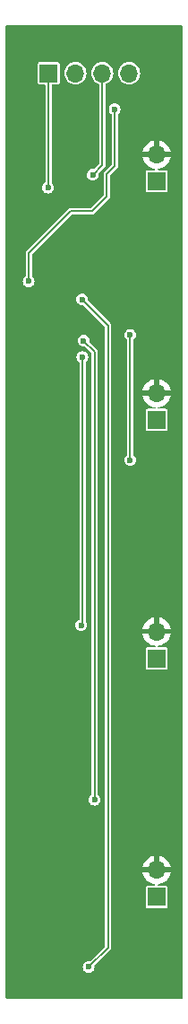
<source format=gbr>
G04 #@! TF.GenerationSoftware,KiCad,Pcbnew,8.0.1*
G04 #@! TF.CreationDate,2025-02-25T21:33:37-07:00*
G04 #@! TF.ProjectId,VibrationBand,56696272-6174-4696-9f6e-42616e642e6b,rev?*
G04 #@! TF.SameCoordinates,Original*
G04 #@! TF.FileFunction,Copper,L2,Bot*
G04 #@! TF.FilePolarity,Positive*
%FSLAX46Y46*%
G04 Gerber Fmt 4.6, Leading zero omitted, Abs format (unit mm)*
G04 Created by KiCad (PCBNEW 8.0.1) date 2025-02-25 21:33:37*
%MOMM*%
%LPD*%
G01*
G04 APERTURE LIST*
G04 #@! TA.AperFunction,ComponentPad*
%ADD10R,1.700000X1.700000*%
G04 #@! TD*
G04 #@! TA.AperFunction,ComponentPad*
%ADD11O,1.700000X1.700000*%
G04 #@! TD*
G04 #@! TA.AperFunction,ViaPad*
%ADD12C,0.600000*%
G04 #@! TD*
G04 #@! TA.AperFunction,Conductor*
%ADD13C,0.200000*%
G04 #@! TD*
G04 APERTURE END LIST*
D10*
X119000000Y-127500000D03*
D11*
X119000000Y-124960000D03*
D10*
X108780000Y-49800000D03*
D11*
X111320000Y-49800000D03*
X113860000Y-49800000D03*
X116400000Y-49800000D03*
D10*
X119000000Y-105000000D03*
D11*
X119000000Y-102460000D03*
D10*
X119000000Y-60000000D03*
D11*
X119000000Y-57460000D03*
D10*
X119000000Y-82500000D03*
D11*
X119000000Y-79960000D03*
D12*
X108720000Y-60590000D03*
X112950000Y-59390000D03*
X116490000Y-74490000D03*
X116500000Y-86310000D03*
X111980000Y-76580000D03*
X111870000Y-101880000D03*
X112090000Y-75030000D03*
X113130000Y-118330000D03*
X111960000Y-71150000D03*
X112570000Y-134110000D03*
X116500000Y-66160000D03*
X118110000Y-92730000D03*
X115415000Y-60380000D03*
X117870000Y-110330000D03*
X109870000Y-53130000D03*
X106900000Y-69430000D03*
X115030000Y-53200000D03*
D13*
X108780000Y-60530000D02*
X108780000Y-49800000D01*
X108720000Y-60590000D02*
X108780000Y-60530000D01*
X112950000Y-59390000D02*
X113860000Y-58480000D01*
X113860000Y-58480000D02*
X113860000Y-49800000D01*
X116500000Y-86310000D02*
X116500000Y-74500000D01*
X116500000Y-74500000D02*
X116490000Y-74490000D01*
X111980000Y-76580000D02*
X111980000Y-101770000D01*
X111980000Y-101770000D02*
X111870000Y-101880000D01*
X113130000Y-76070000D02*
X113130000Y-118330000D01*
X112090000Y-75030000D02*
X113130000Y-76070000D01*
X114400000Y-73590000D02*
X114400000Y-132280000D01*
X114400000Y-132280000D02*
X112570000Y-134110000D01*
X111960000Y-71150000D02*
X114400000Y-73590000D01*
X115030000Y-58590000D02*
X115030000Y-53200000D01*
X110870000Y-62810000D02*
X112910000Y-62810000D01*
X106900000Y-66780000D02*
X110870000Y-62810000D01*
X112910000Y-62810000D02*
X114280000Y-61440000D01*
X114280000Y-59340000D02*
X115030000Y-58590000D01*
X106900000Y-69430000D02*
X106900000Y-66780000D01*
X114280000Y-61440000D02*
X114280000Y-59340000D01*
G04 #@! TA.AperFunction,Conductor*
G36*
X121422638Y-45318093D02*
G01*
X121448358Y-45362642D01*
X121449500Y-45375700D01*
X121449500Y-137024300D01*
X121431907Y-137072638D01*
X121387358Y-137098358D01*
X121374300Y-137099500D01*
X104785700Y-137099500D01*
X104737362Y-137081907D01*
X104711642Y-137037358D01*
X104710500Y-137024300D01*
X104710500Y-101880000D01*
X111314750Y-101880000D01*
X111333670Y-102023709D01*
X111333671Y-102023711D01*
X111389139Y-102157626D01*
X111477378Y-102272621D01*
X111592373Y-102360860D01*
X111592374Y-102360860D01*
X111592375Y-102360861D01*
X111726291Y-102416330D01*
X111870000Y-102435250D01*
X112013709Y-102416330D01*
X112147625Y-102360861D01*
X112262621Y-102272621D01*
X112350861Y-102157625D01*
X112406330Y-102023709D01*
X112425250Y-101880000D01*
X112406330Y-101736291D01*
X112350861Y-101602375D01*
X112350860Y-101602374D01*
X112350860Y-101602373D01*
X112296040Y-101530930D01*
X112280500Y-101485151D01*
X112280500Y-77080392D01*
X112298093Y-77032054D01*
X112309922Y-77020732D01*
X112333266Y-77002818D01*
X112372621Y-76972621D01*
X112460861Y-76857625D01*
X112516330Y-76723709D01*
X112535250Y-76580000D01*
X112516330Y-76436291D01*
X112460861Y-76302375D01*
X112460860Y-76302374D01*
X112460860Y-76302373D01*
X112372621Y-76187378D01*
X112257626Y-76099139D01*
X112123711Y-76043671D01*
X112123709Y-76043670D01*
X111980000Y-76024750D01*
X111836291Y-76043670D01*
X111836288Y-76043670D01*
X111836288Y-76043671D01*
X111702373Y-76099139D01*
X111587378Y-76187378D01*
X111499139Y-76302373D01*
X111443671Y-76436288D01*
X111443670Y-76436291D01*
X111424750Y-76580000D01*
X111443670Y-76723709D01*
X111443671Y-76723711D01*
X111499139Y-76857626D01*
X111587380Y-76972622D01*
X111650078Y-77020732D01*
X111677717Y-77064115D01*
X111679500Y-77080392D01*
X111679500Y-101312803D01*
X111661907Y-101361141D01*
X111633078Y-101382279D01*
X111592372Y-101399139D01*
X111477378Y-101487378D01*
X111389139Y-101602373D01*
X111333671Y-101736288D01*
X111333670Y-101736291D01*
X111314750Y-101880000D01*
X104710500Y-101880000D01*
X104710500Y-75030000D01*
X111534750Y-75030000D01*
X111553670Y-75173709D01*
X111553671Y-75173711D01*
X111609139Y-75307626D01*
X111697378Y-75422621D01*
X111812373Y-75510860D01*
X111812374Y-75510860D01*
X111812375Y-75510861D01*
X111946291Y-75566330D01*
X112090000Y-75585250D01*
X112168357Y-75574933D01*
X112218575Y-75586066D01*
X112231345Y-75596316D01*
X112807474Y-76172445D01*
X112829214Y-76219065D01*
X112829500Y-76225619D01*
X112829500Y-117829607D01*
X112811907Y-117877945D01*
X112800084Y-117889262D01*
X112737379Y-117937379D01*
X112737377Y-117937381D01*
X112737375Y-117937383D01*
X112649139Y-118052373D01*
X112593671Y-118186288D01*
X112593670Y-118186291D01*
X112574750Y-118330000D01*
X112593670Y-118473709D01*
X112593671Y-118473711D01*
X112649139Y-118607626D01*
X112737378Y-118722621D01*
X112852373Y-118810860D01*
X112852374Y-118810860D01*
X112852375Y-118810861D01*
X112986291Y-118866330D01*
X113130000Y-118885250D01*
X113273709Y-118866330D01*
X113407625Y-118810861D01*
X113522621Y-118722621D01*
X113610861Y-118607625D01*
X113666330Y-118473709D01*
X113685250Y-118330000D01*
X113666330Y-118186291D01*
X113610861Y-118052375D01*
X113610860Y-118052374D01*
X113610860Y-118052373D01*
X113522624Y-117937383D01*
X113522621Y-117937379D01*
X113459918Y-117889265D01*
X113432282Y-117845882D01*
X113430500Y-117829607D01*
X113430500Y-76030439D01*
X113410020Y-75954009D01*
X113401660Y-75939529D01*
X113370460Y-75885489D01*
X113314511Y-75829540D01*
X112656316Y-75171345D01*
X112634576Y-75124725D01*
X112634932Y-75108361D01*
X112645250Y-75030000D01*
X112626330Y-74886291D01*
X112570861Y-74752375D01*
X112570860Y-74752374D01*
X112570860Y-74752373D01*
X112482621Y-74637378D01*
X112367626Y-74549139D01*
X112233711Y-74493671D01*
X112233709Y-74493670D01*
X112090000Y-74474750D01*
X111946291Y-74493670D01*
X111946288Y-74493670D01*
X111946288Y-74493671D01*
X111812373Y-74549139D01*
X111697378Y-74637378D01*
X111609139Y-74752373D01*
X111555190Y-74882621D01*
X111553670Y-74886291D01*
X111534750Y-75030000D01*
X104710500Y-75030000D01*
X104710500Y-71150000D01*
X111404750Y-71150000D01*
X111423670Y-71293709D01*
X111423671Y-71293711D01*
X111479139Y-71427626D01*
X111567378Y-71542621D01*
X111682373Y-71630860D01*
X111682374Y-71630860D01*
X111682375Y-71630861D01*
X111816291Y-71686330D01*
X111960000Y-71705250D01*
X112038357Y-71694933D01*
X112088575Y-71706066D01*
X112101345Y-71716316D01*
X114077474Y-73692445D01*
X114099214Y-73739065D01*
X114099500Y-73745619D01*
X114099500Y-132124380D01*
X114081907Y-132172718D01*
X114077474Y-132177554D01*
X112711345Y-133543682D01*
X112664725Y-133565422D01*
X112648356Y-133565065D01*
X112570000Y-133554750D01*
X112426291Y-133573670D01*
X112426288Y-133573670D01*
X112426288Y-133573671D01*
X112292373Y-133629139D01*
X112177378Y-133717378D01*
X112089139Y-133832373D01*
X112033671Y-133966288D01*
X112033670Y-133966291D01*
X112014750Y-134110000D01*
X112033670Y-134253709D01*
X112033671Y-134253711D01*
X112089139Y-134387626D01*
X112177378Y-134502621D01*
X112292373Y-134590860D01*
X112292374Y-134590860D01*
X112292375Y-134590861D01*
X112426291Y-134646330D01*
X112570000Y-134665250D01*
X112713709Y-134646330D01*
X112847625Y-134590861D01*
X112962621Y-134502621D01*
X113050861Y-134387625D01*
X113106330Y-134253709D01*
X113125250Y-134110000D01*
X113114933Y-134031641D01*
X113126067Y-133981423D01*
X113136311Y-133968658D01*
X114640460Y-132464511D01*
X114680021Y-132395989D01*
X114700500Y-132319562D01*
X114700500Y-125210000D01*
X117669364Y-125210000D01*
X117726568Y-125423490D01*
X117726570Y-125423494D01*
X117826398Y-125637576D01*
X117961885Y-125831072D01*
X117961896Y-125831085D01*
X118128914Y-125998103D01*
X118128927Y-125998114D01*
X118322423Y-126133601D01*
X118322423Y-126133602D01*
X118536505Y-126233429D01*
X118536509Y-126233430D01*
X118764683Y-126294569D01*
X118819736Y-126299386D01*
X118866356Y-126321126D01*
X118888096Y-126367746D01*
X118874782Y-126417433D01*
X118832645Y-126446938D01*
X118813182Y-126449500D01*
X118130251Y-126449500D01*
X118071770Y-126461132D01*
X118071768Y-126461133D01*
X118005448Y-126505448D01*
X117961133Y-126571768D01*
X117961132Y-126571770D01*
X117949500Y-126630251D01*
X117949500Y-128369748D01*
X117961132Y-128428229D01*
X117961133Y-128428231D01*
X118005448Y-128494552D01*
X118071769Y-128538867D01*
X118101010Y-128544683D01*
X118130251Y-128550500D01*
X118130252Y-128550500D01*
X119869749Y-128550500D01*
X119889242Y-128546622D01*
X119928231Y-128538867D01*
X119994552Y-128494552D01*
X120038867Y-128428231D01*
X120050500Y-128369748D01*
X120050500Y-126630252D01*
X120038867Y-126571769D01*
X119994552Y-126505448D01*
X119928231Y-126461133D01*
X119928229Y-126461132D01*
X119869749Y-126449500D01*
X119869748Y-126449500D01*
X119186818Y-126449500D01*
X119138480Y-126431907D01*
X119112760Y-126387358D01*
X119121693Y-126336700D01*
X119161098Y-126303635D01*
X119180264Y-126299386D01*
X119235316Y-126294569D01*
X119463490Y-126233430D01*
X119463494Y-126233429D01*
X119677576Y-126133602D01*
X119677576Y-126133601D01*
X119871072Y-125998114D01*
X119871085Y-125998103D01*
X120038103Y-125831085D01*
X120038114Y-125831072D01*
X120173601Y-125637576D01*
X120173602Y-125637576D01*
X120273429Y-125423494D01*
X120273431Y-125423490D01*
X120330636Y-125210000D01*
X119433012Y-125210000D01*
X119465925Y-125152993D01*
X119500000Y-125025826D01*
X119500000Y-124894174D01*
X119465925Y-124767007D01*
X119433012Y-124710000D01*
X120330636Y-124710000D01*
X120273431Y-124496509D01*
X120273429Y-124496505D01*
X120173603Y-124282427D01*
X120038107Y-124088918D01*
X119871085Y-123921896D01*
X119871072Y-123921885D01*
X119677576Y-123786398D01*
X119677576Y-123786397D01*
X119463494Y-123686570D01*
X119463490Y-123686568D01*
X119250000Y-123629364D01*
X119250000Y-124526988D01*
X119192993Y-124494075D01*
X119065826Y-124460000D01*
X118934174Y-124460000D01*
X118807007Y-124494075D01*
X118750000Y-124526988D01*
X118750000Y-123629364D01*
X118536509Y-123686568D01*
X118536505Y-123686570D01*
X118322427Y-123786396D01*
X118128918Y-123921892D01*
X117961892Y-124088918D01*
X117826396Y-124282427D01*
X117726570Y-124496505D01*
X117726568Y-124496509D01*
X117669364Y-124710000D01*
X118566988Y-124710000D01*
X118534075Y-124767007D01*
X118500000Y-124894174D01*
X118500000Y-125025826D01*
X118534075Y-125152993D01*
X118566988Y-125210000D01*
X117669364Y-125210000D01*
X114700500Y-125210000D01*
X114700500Y-102710000D01*
X117669364Y-102710000D01*
X117726568Y-102923490D01*
X117726570Y-102923494D01*
X117826398Y-103137576D01*
X117961885Y-103331072D01*
X117961896Y-103331085D01*
X118128914Y-103498103D01*
X118128927Y-103498114D01*
X118322423Y-103633601D01*
X118322423Y-103633602D01*
X118536505Y-103733429D01*
X118536509Y-103733430D01*
X118764683Y-103794569D01*
X118819736Y-103799386D01*
X118866356Y-103821126D01*
X118888096Y-103867746D01*
X118874782Y-103917433D01*
X118832645Y-103946938D01*
X118813182Y-103949500D01*
X118130251Y-103949500D01*
X118071770Y-103961132D01*
X118071768Y-103961133D01*
X118005448Y-104005448D01*
X117961133Y-104071768D01*
X117961132Y-104071770D01*
X117949500Y-104130251D01*
X117949500Y-105869748D01*
X117961132Y-105928229D01*
X117961133Y-105928231D01*
X118005448Y-105994552D01*
X118071769Y-106038867D01*
X118101010Y-106044683D01*
X118130251Y-106050500D01*
X118130252Y-106050500D01*
X119869749Y-106050500D01*
X119889242Y-106046622D01*
X119928231Y-106038867D01*
X119994552Y-105994552D01*
X120038867Y-105928231D01*
X120050500Y-105869748D01*
X120050500Y-104130252D01*
X120038867Y-104071769D01*
X119994552Y-104005448D01*
X119928231Y-103961133D01*
X119928229Y-103961132D01*
X119869749Y-103949500D01*
X119869748Y-103949500D01*
X119186818Y-103949500D01*
X119138480Y-103931907D01*
X119112760Y-103887358D01*
X119121693Y-103836700D01*
X119161098Y-103803635D01*
X119180264Y-103799386D01*
X119235316Y-103794569D01*
X119463490Y-103733430D01*
X119463494Y-103733429D01*
X119677576Y-103633602D01*
X119677576Y-103633601D01*
X119871072Y-103498114D01*
X119871085Y-103498103D01*
X120038103Y-103331085D01*
X120038114Y-103331072D01*
X120173601Y-103137576D01*
X120173602Y-103137576D01*
X120273429Y-102923494D01*
X120273431Y-102923490D01*
X120330636Y-102710000D01*
X119433012Y-102710000D01*
X119465925Y-102652993D01*
X119500000Y-102525826D01*
X119500000Y-102394174D01*
X119465925Y-102267007D01*
X119433012Y-102210000D01*
X120330636Y-102210000D01*
X120273431Y-101996509D01*
X120273429Y-101996505D01*
X120173603Y-101782427D01*
X120038107Y-101588918D01*
X119871085Y-101421896D01*
X119871072Y-101421885D01*
X119677576Y-101286398D01*
X119677576Y-101286397D01*
X119463494Y-101186570D01*
X119463490Y-101186568D01*
X119250000Y-101129364D01*
X119250000Y-102026988D01*
X119192993Y-101994075D01*
X119065826Y-101960000D01*
X118934174Y-101960000D01*
X118807007Y-101994075D01*
X118750000Y-102026988D01*
X118750000Y-101129364D01*
X118536509Y-101186568D01*
X118536505Y-101186570D01*
X118322427Y-101286396D01*
X118128918Y-101421892D01*
X117961892Y-101588918D01*
X117826396Y-101782427D01*
X117726570Y-101996505D01*
X117726568Y-101996509D01*
X117669364Y-102210000D01*
X118566988Y-102210000D01*
X118534075Y-102267007D01*
X118500000Y-102394174D01*
X118500000Y-102525826D01*
X118534075Y-102652993D01*
X118566988Y-102710000D01*
X117669364Y-102710000D01*
X114700500Y-102710000D01*
X114700500Y-74490000D01*
X115934750Y-74490000D01*
X115953670Y-74633709D01*
X115953671Y-74633711D01*
X116009139Y-74767626D01*
X116097378Y-74882620D01*
X116097379Y-74882621D01*
X116170078Y-74938405D01*
X116197717Y-74981788D01*
X116199500Y-74998065D01*
X116199500Y-85809607D01*
X116181907Y-85857945D01*
X116170084Y-85869262D01*
X116107379Y-85917379D01*
X116107377Y-85917381D01*
X116107375Y-85917383D01*
X116019139Y-86032373D01*
X115963671Y-86166288D01*
X115963670Y-86166291D01*
X115944750Y-86310000D01*
X115963670Y-86453709D01*
X115963671Y-86453711D01*
X116019139Y-86587626D01*
X116107378Y-86702621D01*
X116222373Y-86790860D01*
X116222374Y-86790860D01*
X116222375Y-86790861D01*
X116356291Y-86846330D01*
X116500000Y-86865250D01*
X116643709Y-86846330D01*
X116777625Y-86790861D01*
X116892621Y-86702621D01*
X116980861Y-86587625D01*
X117036330Y-86453709D01*
X117055250Y-86310000D01*
X117036330Y-86166291D01*
X116980861Y-86032375D01*
X116980860Y-86032374D01*
X116980860Y-86032373D01*
X116892624Y-85917383D01*
X116892621Y-85917379D01*
X116829918Y-85869265D01*
X116802282Y-85825882D01*
X116800500Y-85809607D01*
X116800500Y-80210000D01*
X117669364Y-80210000D01*
X117726568Y-80423490D01*
X117726570Y-80423494D01*
X117826398Y-80637576D01*
X117961885Y-80831072D01*
X117961896Y-80831085D01*
X118128914Y-80998103D01*
X118128927Y-80998114D01*
X118322423Y-81133601D01*
X118322423Y-81133602D01*
X118536505Y-81233429D01*
X118536509Y-81233430D01*
X118764683Y-81294569D01*
X118819736Y-81299386D01*
X118866356Y-81321126D01*
X118888096Y-81367746D01*
X118874782Y-81417433D01*
X118832645Y-81446938D01*
X118813182Y-81449500D01*
X118130251Y-81449500D01*
X118071770Y-81461132D01*
X118071768Y-81461133D01*
X118005448Y-81505448D01*
X117961133Y-81571768D01*
X117961132Y-81571770D01*
X117949500Y-81630251D01*
X117949500Y-83369748D01*
X117961132Y-83428229D01*
X117961133Y-83428231D01*
X118005448Y-83494552D01*
X118071769Y-83538867D01*
X118101010Y-83544683D01*
X118130251Y-83550500D01*
X118130252Y-83550500D01*
X119869749Y-83550500D01*
X119889242Y-83546622D01*
X119928231Y-83538867D01*
X119994552Y-83494552D01*
X120038867Y-83428231D01*
X120050500Y-83369748D01*
X120050500Y-81630252D01*
X120038867Y-81571769D01*
X119994552Y-81505448D01*
X119928231Y-81461133D01*
X119928229Y-81461132D01*
X119869749Y-81449500D01*
X119869748Y-81449500D01*
X119186818Y-81449500D01*
X119138480Y-81431907D01*
X119112760Y-81387358D01*
X119121693Y-81336700D01*
X119161098Y-81303635D01*
X119180264Y-81299386D01*
X119235316Y-81294569D01*
X119463490Y-81233430D01*
X119463494Y-81233429D01*
X119677576Y-81133602D01*
X119677576Y-81133601D01*
X119871072Y-80998114D01*
X119871085Y-80998103D01*
X120038103Y-80831085D01*
X120038114Y-80831072D01*
X120173601Y-80637576D01*
X120173602Y-80637576D01*
X120273429Y-80423494D01*
X120273431Y-80423490D01*
X120330636Y-80210000D01*
X119433012Y-80210000D01*
X119465925Y-80152993D01*
X119500000Y-80025826D01*
X119500000Y-79894174D01*
X119465925Y-79767007D01*
X119433012Y-79710000D01*
X120330636Y-79710000D01*
X120273431Y-79496509D01*
X120273429Y-79496505D01*
X120173603Y-79282427D01*
X120038107Y-79088918D01*
X119871085Y-78921896D01*
X119871072Y-78921885D01*
X119677576Y-78786398D01*
X119677576Y-78786397D01*
X119463494Y-78686570D01*
X119463490Y-78686568D01*
X119250000Y-78629364D01*
X119250000Y-79526988D01*
X119192993Y-79494075D01*
X119065826Y-79460000D01*
X118934174Y-79460000D01*
X118807007Y-79494075D01*
X118750000Y-79526988D01*
X118750000Y-78629364D01*
X118536509Y-78686568D01*
X118536505Y-78686570D01*
X118322427Y-78786396D01*
X118128918Y-78921892D01*
X117961892Y-79088918D01*
X117826396Y-79282427D01*
X117726570Y-79496505D01*
X117726568Y-79496509D01*
X117669364Y-79710000D01*
X118566988Y-79710000D01*
X118534075Y-79767007D01*
X118500000Y-79894174D01*
X118500000Y-80025826D01*
X118534075Y-80152993D01*
X118566988Y-80210000D01*
X117669364Y-80210000D01*
X116800500Y-80210000D01*
X116800500Y-74982718D01*
X116818093Y-74934380D01*
X116829917Y-74923061D01*
X116882621Y-74882621D01*
X116970861Y-74767625D01*
X117026330Y-74633709D01*
X117045250Y-74490000D01*
X117026330Y-74346291D01*
X116970861Y-74212375D01*
X116970860Y-74212374D01*
X116970860Y-74212373D01*
X116882621Y-74097378D01*
X116767626Y-74009139D01*
X116633711Y-73953671D01*
X116633709Y-73953670D01*
X116490000Y-73934750D01*
X116346291Y-73953670D01*
X116346288Y-73953670D01*
X116346288Y-73953671D01*
X116212373Y-74009139D01*
X116097378Y-74097378D01*
X116009139Y-74212373D01*
X115953671Y-74346288D01*
X115953670Y-74346291D01*
X115934750Y-74490000D01*
X114700500Y-74490000D01*
X114700500Y-73550438D01*
X114680021Y-73474011D01*
X114640460Y-73405489D01*
X114584511Y-73349540D01*
X112526316Y-71291345D01*
X112504576Y-71244725D01*
X112504932Y-71228361D01*
X112515250Y-71150000D01*
X112496330Y-71006291D01*
X112440861Y-70872375D01*
X112440860Y-70872374D01*
X112440860Y-70872373D01*
X112352621Y-70757378D01*
X112237626Y-70669139D01*
X112103711Y-70613671D01*
X112103709Y-70613670D01*
X111960000Y-70594750D01*
X111816291Y-70613670D01*
X111816288Y-70613670D01*
X111816288Y-70613671D01*
X111682373Y-70669139D01*
X111567378Y-70757378D01*
X111479139Y-70872373D01*
X111423671Y-71006288D01*
X111423670Y-71006291D01*
X111404750Y-71150000D01*
X104710500Y-71150000D01*
X104710500Y-69430000D01*
X106344750Y-69430000D01*
X106363670Y-69573709D01*
X106363671Y-69573711D01*
X106419139Y-69707626D01*
X106507378Y-69822621D01*
X106622373Y-69910860D01*
X106622374Y-69910860D01*
X106622375Y-69910861D01*
X106756291Y-69966330D01*
X106900000Y-69985250D01*
X107043709Y-69966330D01*
X107177625Y-69910861D01*
X107292621Y-69822621D01*
X107380861Y-69707625D01*
X107436330Y-69573709D01*
X107455250Y-69430000D01*
X107436330Y-69286291D01*
X107380861Y-69152375D01*
X107380860Y-69152374D01*
X107380860Y-69152373D01*
X107292624Y-69037383D01*
X107292621Y-69037379D01*
X107229918Y-68989265D01*
X107202282Y-68945882D01*
X107200500Y-68929607D01*
X107200500Y-66935619D01*
X107218093Y-66887281D01*
X107222526Y-66882445D01*
X110972445Y-63132526D01*
X111019065Y-63110786D01*
X111025619Y-63110500D01*
X112949560Y-63110500D01*
X112949562Y-63110500D01*
X113025989Y-63090021D01*
X113094511Y-63050460D01*
X113150460Y-62994511D01*
X114520460Y-61624511D01*
X114560022Y-61555988D01*
X114580500Y-61479562D01*
X114580500Y-61400438D01*
X114580500Y-59495619D01*
X114598093Y-59447281D01*
X114602526Y-59442445D01*
X115270456Y-58774515D01*
X115270460Y-58774511D01*
X115301666Y-58720460D01*
X115310021Y-58705989D01*
X115330500Y-58629562D01*
X115330500Y-57710000D01*
X117669364Y-57710000D01*
X117726568Y-57923490D01*
X117726570Y-57923494D01*
X117826398Y-58137576D01*
X117961885Y-58331072D01*
X117961896Y-58331085D01*
X118128914Y-58498103D01*
X118128927Y-58498114D01*
X118322423Y-58633601D01*
X118322423Y-58633602D01*
X118536505Y-58733429D01*
X118536509Y-58733430D01*
X118764683Y-58794569D01*
X118819736Y-58799386D01*
X118866356Y-58821126D01*
X118888096Y-58867746D01*
X118874782Y-58917433D01*
X118832645Y-58946938D01*
X118813182Y-58949500D01*
X118130251Y-58949500D01*
X118071770Y-58961132D01*
X118071768Y-58961133D01*
X118005448Y-59005448D01*
X117961133Y-59071768D01*
X117961132Y-59071770D01*
X117949500Y-59130251D01*
X117949500Y-60869748D01*
X117961132Y-60928229D01*
X117961133Y-60928231D01*
X118005448Y-60994552D01*
X118071769Y-61038867D01*
X118101010Y-61044683D01*
X118130251Y-61050500D01*
X118130252Y-61050500D01*
X119869749Y-61050500D01*
X119889242Y-61046622D01*
X119928231Y-61038867D01*
X119994552Y-60994552D01*
X120038867Y-60928231D01*
X120050500Y-60869748D01*
X120050500Y-59130252D01*
X120038867Y-59071769D01*
X119994552Y-59005448D01*
X119928231Y-58961133D01*
X119928229Y-58961132D01*
X119869749Y-58949500D01*
X119869748Y-58949500D01*
X119186818Y-58949500D01*
X119138480Y-58931907D01*
X119112760Y-58887358D01*
X119121693Y-58836700D01*
X119161098Y-58803635D01*
X119180264Y-58799386D01*
X119235316Y-58794569D01*
X119463490Y-58733430D01*
X119463494Y-58733429D01*
X119677576Y-58633602D01*
X119677576Y-58633601D01*
X119871072Y-58498114D01*
X119871085Y-58498103D01*
X120038103Y-58331085D01*
X120038114Y-58331072D01*
X120173601Y-58137576D01*
X120173602Y-58137576D01*
X120273429Y-57923494D01*
X120273431Y-57923490D01*
X120330636Y-57710000D01*
X119433012Y-57710000D01*
X119465925Y-57652993D01*
X119500000Y-57525826D01*
X119500000Y-57394174D01*
X119465925Y-57267007D01*
X119433012Y-57210000D01*
X120330636Y-57210000D01*
X120273431Y-56996509D01*
X120273429Y-56996505D01*
X120173603Y-56782427D01*
X120038107Y-56588918D01*
X119871085Y-56421896D01*
X119871072Y-56421885D01*
X119677576Y-56286398D01*
X119677576Y-56286397D01*
X119463494Y-56186570D01*
X119463490Y-56186568D01*
X119250000Y-56129364D01*
X119250000Y-57026988D01*
X119192993Y-56994075D01*
X119065826Y-56960000D01*
X118934174Y-56960000D01*
X118807007Y-56994075D01*
X118750000Y-57026988D01*
X118750000Y-56129364D01*
X118536509Y-56186568D01*
X118536505Y-56186570D01*
X118322427Y-56286396D01*
X118128918Y-56421892D01*
X117961892Y-56588918D01*
X117826396Y-56782427D01*
X117726570Y-56996505D01*
X117726568Y-56996509D01*
X117669364Y-57210000D01*
X118566988Y-57210000D01*
X118534075Y-57267007D01*
X118500000Y-57394174D01*
X118500000Y-57525826D01*
X118534075Y-57652993D01*
X118566988Y-57710000D01*
X117669364Y-57710000D01*
X115330500Y-57710000D01*
X115330500Y-53700392D01*
X115348093Y-53652054D01*
X115359922Y-53640732D01*
X115383266Y-53622818D01*
X115422621Y-53592621D01*
X115510861Y-53477625D01*
X115566330Y-53343709D01*
X115585250Y-53200000D01*
X115566330Y-53056291D01*
X115510861Y-52922375D01*
X115510860Y-52922374D01*
X115510860Y-52922373D01*
X115422621Y-52807378D01*
X115307626Y-52719139D01*
X115173711Y-52663671D01*
X115173709Y-52663670D01*
X115030000Y-52644750D01*
X114886291Y-52663670D01*
X114886288Y-52663670D01*
X114886288Y-52663671D01*
X114752373Y-52719139D01*
X114637378Y-52807378D01*
X114549139Y-52922373D01*
X114493671Y-53056288D01*
X114493670Y-53056291D01*
X114474750Y-53200000D01*
X114493670Y-53343709D01*
X114493671Y-53343711D01*
X114549139Y-53477626D01*
X114637380Y-53592622D01*
X114700078Y-53640732D01*
X114727717Y-53684115D01*
X114729500Y-53700392D01*
X114729500Y-58434381D01*
X114711907Y-58482719D01*
X114707474Y-58487555D01*
X114095489Y-59099540D01*
X114067514Y-59127514D01*
X114039540Y-59155488D01*
X114039539Y-59155490D01*
X113999979Y-59224009D01*
X113979500Y-59300439D01*
X113979500Y-61284381D01*
X113961907Y-61332719D01*
X113957474Y-61337555D01*
X112807555Y-62487474D01*
X112760935Y-62509214D01*
X112754381Y-62509500D01*
X110830438Y-62509500D01*
X110792224Y-62519739D01*
X110754009Y-62529979D01*
X110685490Y-62569539D01*
X110685484Y-62569543D01*
X106715489Y-66539540D01*
X106687514Y-66567514D01*
X106659540Y-66595488D01*
X106659539Y-66595490D01*
X106619979Y-66664009D01*
X106599500Y-66740439D01*
X106599500Y-68929607D01*
X106581907Y-68977945D01*
X106570084Y-68989262D01*
X106507379Y-69037379D01*
X106507377Y-69037381D01*
X106507375Y-69037383D01*
X106419139Y-69152373D01*
X106363671Y-69286288D01*
X106363670Y-69286291D01*
X106344750Y-69430000D01*
X104710500Y-69430000D01*
X104710500Y-50669748D01*
X107729500Y-50669748D01*
X107741132Y-50728229D01*
X107741133Y-50728231D01*
X107785448Y-50794552D01*
X107851769Y-50838867D01*
X107881010Y-50844683D01*
X107910251Y-50850500D01*
X107910252Y-50850500D01*
X108404300Y-50850500D01*
X108452638Y-50868093D01*
X108478358Y-50912642D01*
X108479500Y-50925700D01*
X108479500Y-60044287D01*
X108461907Y-60092625D01*
X108446096Y-60105892D01*
X108446285Y-60106138D01*
X108327378Y-60197378D01*
X108239139Y-60312373D01*
X108183671Y-60446288D01*
X108183670Y-60446291D01*
X108164750Y-60590000D01*
X108183670Y-60733709D01*
X108183671Y-60733711D01*
X108239139Y-60867626D01*
X108327378Y-60982621D01*
X108442373Y-61070860D01*
X108442374Y-61070860D01*
X108442375Y-61070861D01*
X108576291Y-61126330D01*
X108720000Y-61145250D01*
X108863709Y-61126330D01*
X108997625Y-61070861D01*
X109112621Y-60982621D01*
X109200861Y-60867625D01*
X109256330Y-60733709D01*
X109275250Y-60590000D01*
X109256330Y-60446291D01*
X109200861Y-60312375D01*
X109200860Y-60312374D01*
X109200860Y-60312373D01*
X109112621Y-60197378D01*
X109109914Y-60195301D01*
X109082281Y-60151914D01*
X109080500Y-60135646D01*
X109080500Y-59390000D01*
X112394750Y-59390000D01*
X112413670Y-59533709D01*
X112413671Y-59533711D01*
X112469139Y-59667626D01*
X112557378Y-59782621D01*
X112672373Y-59870860D01*
X112672374Y-59870860D01*
X112672375Y-59870861D01*
X112806291Y-59926330D01*
X112950000Y-59945250D01*
X113093709Y-59926330D01*
X113227625Y-59870861D01*
X113342621Y-59782621D01*
X113430861Y-59667625D01*
X113486330Y-59533709D01*
X113505250Y-59390000D01*
X113494933Y-59311641D01*
X113506067Y-59261423D01*
X113516307Y-59248662D01*
X114100460Y-58664511D01*
X114140021Y-58595989D01*
X114160500Y-58519562D01*
X114160500Y-50862386D01*
X114178093Y-50814048D01*
X114213872Y-50790424D01*
X114263945Y-50775235D01*
X114263947Y-50775234D01*
X114263954Y-50775232D01*
X114446450Y-50677685D01*
X114606410Y-50546410D01*
X114737685Y-50386450D01*
X114835232Y-50203954D01*
X114895300Y-50005934D01*
X114915583Y-49800000D01*
X115344417Y-49800000D01*
X115364699Y-50005932D01*
X115424765Y-50203947D01*
X115424770Y-50203959D01*
X115522312Y-50386445D01*
X115522315Y-50386450D01*
X115653590Y-50546410D01*
X115813550Y-50677685D01*
X115996046Y-50775232D01*
X115996050Y-50775233D01*
X115996052Y-50775234D01*
X116046128Y-50790424D01*
X116194066Y-50835300D01*
X116400000Y-50855583D01*
X116605934Y-50835300D01*
X116803954Y-50775232D01*
X116986450Y-50677685D01*
X117146410Y-50546410D01*
X117277685Y-50386450D01*
X117375232Y-50203954D01*
X117435300Y-50005934D01*
X117455583Y-49800000D01*
X117435300Y-49594066D01*
X117375232Y-49396046D01*
X117277685Y-49213550D01*
X117146410Y-49053590D01*
X116986450Y-48922315D01*
X116986445Y-48922312D01*
X116803959Y-48824770D01*
X116803947Y-48824765D01*
X116605932Y-48764699D01*
X116400000Y-48744417D01*
X116194067Y-48764699D01*
X115996052Y-48824765D01*
X115996040Y-48824770D01*
X115813554Y-48922312D01*
X115813549Y-48922315D01*
X115653590Y-49053590D01*
X115522315Y-49213549D01*
X115522312Y-49213554D01*
X115424770Y-49396040D01*
X115424765Y-49396052D01*
X115364699Y-49594067D01*
X115344417Y-49800000D01*
X114915583Y-49800000D01*
X114895300Y-49594066D01*
X114835232Y-49396046D01*
X114737685Y-49213550D01*
X114606410Y-49053590D01*
X114446450Y-48922315D01*
X114446445Y-48922312D01*
X114263959Y-48824770D01*
X114263947Y-48824765D01*
X114065932Y-48764699D01*
X113860000Y-48744417D01*
X113654067Y-48764699D01*
X113456052Y-48824765D01*
X113456040Y-48824770D01*
X113273554Y-48922312D01*
X113273549Y-48922315D01*
X113113590Y-49053590D01*
X112982315Y-49213549D01*
X112982312Y-49213554D01*
X112884770Y-49396040D01*
X112884765Y-49396052D01*
X112824699Y-49594067D01*
X112804417Y-49800000D01*
X112824699Y-50005932D01*
X112884765Y-50203947D01*
X112884770Y-50203959D01*
X112982312Y-50386445D01*
X112982315Y-50386450D01*
X113113590Y-50546410D01*
X113273550Y-50677685D01*
X113456046Y-50775232D01*
X113456049Y-50775233D01*
X113456054Y-50775235D01*
X113506128Y-50790424D01*
X113547278Y-50821290D01*
X113559500Y-50862386D01*
X113559500Y-58324380D01*
X113541907Y-58372718D01*
X113537474Y-58377554D01*
X113091345Y-58823682D01*
X113044725Y-58845422D01*
X113028356Y-58845065D01*
X112950000Y-58834750D01*
X112806291Y-58853670D01*
X112806288Y-58853670D01*
X112806288Y-58853671D01*
X112672373Y-58909139D01*
X112557378Y-58997378D01*
X112469139Y-59112373D01*
X112413671Y-59246288D01*
X112413670Y-59246291D01*
X112394750Y-59390000D01*
X109080500Y-59390000D01*
X109080500Y-50925700D01*
X109098093Y-50877362D01*
X109142642Y-50851642D01*
X109155700Y-50850500D01*
X109649749Y-50850500D01*
X109669242Y-50846622D01*
X109708231Y-50838867D01*
X109774552Y-50794552D01*
X109818867Y-50728231D01*
X109830500Y-50669748D01*
X109830500Y-49800000D01*
X110264417Y-49800000D01*
X110284699Y-50005932D01*
X110344765Y-50203947D01*
X110344770Y-50203959D01*
X110442312Y-50386445D01*
X110442315Y-50386450D01*
X110573590Y-50546410D01*
X110733550Y-50677685D01*
X110916046Y-50775232D01*
X110916050Y-50775233D01*
X110916052Y-50775234D01*
X110966128Y-50790424D01*
X111114066Y-50835300D01*
X111320000Y-50855583D01*
X111525934Y-50835300D01*
X111723954Y-50775232D01*
X111906450Y-50677685D01*
X112066410Y-50546410D01*
X112197685Y-50386450D01*
X112295232Y-50203954D01*
X112355300Y-50005934D01*
X112375583Y-49800000D01*
X112355300Y-49594066D01*
X112295232Y-49396046D01*
X112197685Y-49213550D01*
X112066410Y-49053590D01*
X111906450Y-48922315D01*
X111906445Y-48922312D01*
X111723959Y-48824770D01*
X111723947Y-48824765D01*
X111525932Y-48764699D01*
X111320000Y-48744417D01*
X111114067Y-48764699D01*
X110916052Y-48824765D01*
X110916040Y-48824770D01*
X110733554Y-48922312D01*
X110733549Y-48922315D01*
X110573590Y-49053590D01*
X110442315Y-49213549D01*
X110442312Y-49213554D01*
X110344770Y-49396040D01*
X110344765Y-49396052D01*
X110284699Y-49594067D01*
X110264417Y-49800000D01*
X109830500Y-49800000D01*
X109830500Y-48930252D01*
X109818867Y-48871769D01*
X109774552Y-48805448D01*
X109708231Y-48761133D01*
X109708229Y-48761132D01*
X109649749Y-48749500D01*
X109649748Y-48749500D01*
X107910252Y-48749500D01*
X107910251Y-48749500D01*
X107851770Y-48761132D01*
X107851768Y-48761133D01*
X107785448Y-48805448D01*
X107741133Y-48871768D01*
X107741132Y-48871770D01*
X107729500Y-48930251D01*
X107729500Y-50669748D01*
X104710500Y-50669748D01*
X104710500Y-45375700D01*
X104728093Y-45327362D01*
X104772642Y-45301642D01*
X104785700Y-45300500D01*
X121374300Y-45300500D01*
X121422638Y-45318093D01*
G37*
G04 #@! TD.AperFunction*
M02*

</source>
